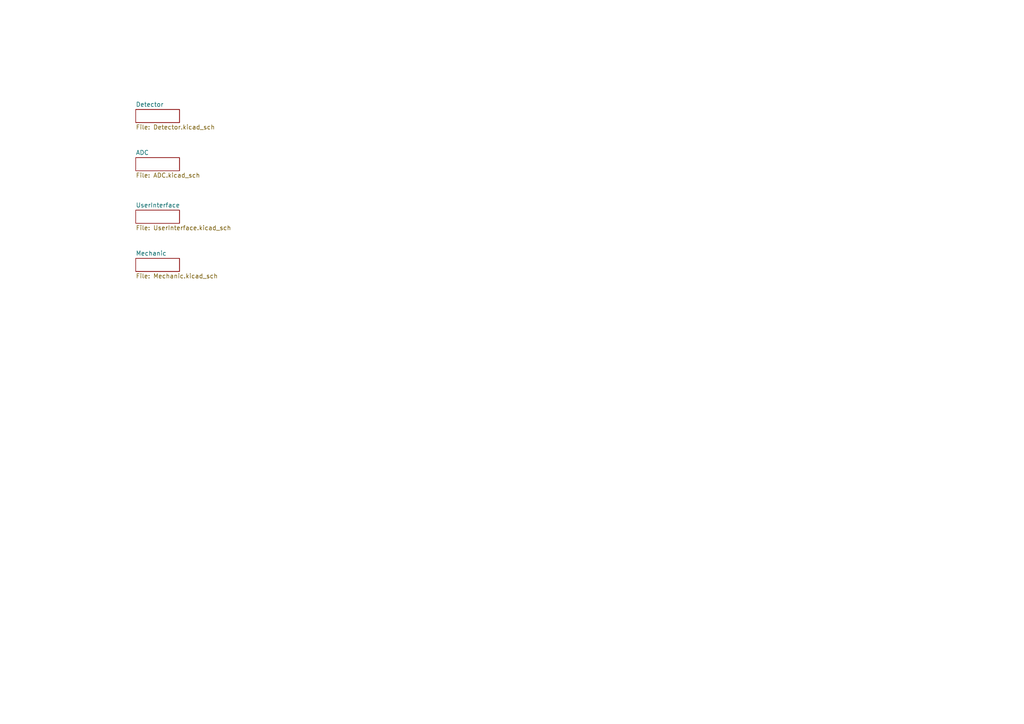
<source format=kicad_sch>
(kicad_sch (version 20211123) (generator eeschema)
  (paper "A4")
  (lib_symbols)
  (sheet (at 39.37 31.75) (size 12.7 3.81) (stroke (width 0.1524))
    (property "Sheet name" "Detector" (at 39.37 31.0384 0) (effects (justify left bottom)))
    (property "Sheet file" "Detector.kicad_sch" (at 39.37 36.1446 0) (effects (justify left top)))
  )
  (sheet (at 39.37 74.93) (size 12.7 3.81) (stroke (width 0.1524))
    (property "Sheet name" "Mechanic" (at 39.37 74.2184 0) (effects (justify left bottom)))
    (property "Sheet file" "Mechanic.kicad_sch" (at 39.37 79.3246 0) (effects (justify left top)))
  )
  (sheet (at 39.37 45.72) (size 12.7 3.81) (stroke (width 0.1524))
    (property "Sheet name" "ADC" (at 39.37 45.0084 0) (effects (justify left bottom)))
    (property "Sheet file" "ADC.kicad_sch" (at 39.37 50.1146 0) (effects (justify left top)))
  )
  (sheet (at 39.37 60.96) (size 12.7 3.81) (stroke (width 0.1524))
    (property "Sheet name" "UserInterface" (at 39.37 60.2484 0) (effects (justify left bottom)))
    (property "Sheet file" "UserInterface.kicad_sch" (at 39.37 65.3546 0) (effects (justify left top)))
  )
)
</source>
